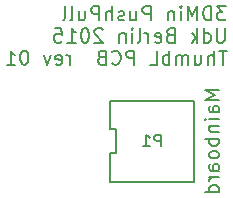
<source format=gbr>
G04 #@! TF.FileFunction,Legend,Bot*
%FSLAX46Y46*%
G04 Gerber Fmt 4.6, Leading zero omitted, Abs format (unit mm)*
G04 Created by KiCad (PCBNEW (2015-07-06 BZR 5889)-product) date Wed 26 Aug 2015 12:38:22 PM CEST*
%MOMM*%
G01*
G04 APERTURE LIST*
%ADD10C,0.100000*%
%ADD11C,0.200000*%
%ADD12C,0.150000*%
G04 APERTURE END LIST*
D10*
D11*
X156673571Y-92077857D02*
X155930714Y-92077857D01*
X156330714Y-92535000D01*
X156159286Y-92535000D01*
X156045000Y-92592143D01*
X155987857Y-92649286D01*
X155930714Y-92763571D01*
X155930714Y-93049286D01*
X155987857Y-93163571D01*
X156045000Y-93220714D01*
X156159286Y-93277857D01*
X156502143Y-93277857D01*
X156616429Y-93220714D01*
X156673571Y-93163571D01*
X155416429Y-93277857D02*
X155416429Y-92077857D01*
X155130714Y-92077857D01*
X154959286Y-92135000D01*
X154845000Y-92249286D01*
X154787857Y-92363571D01*
X154730714Y-92592143D01*
X154730714Y-92763571D01*
X154787857Y-92992143D01*
X154845000Y-93106429D01*
X154959286Y-93220714D01*
X155130714Y-93277857D01*
X155416429Y-93277857D01*
X154216429Y-93277857D02*
X154216429Y-92077857D01*
X153816429Y-92935000D01*
X153416429Y-92077857D01*
X153416429Y-93277857D01*
X152845000Y-93277857D02*
X152845000Y-92477857D01*
X152845000Y-92077857D02*
X152902143Y-92135000D01*
X152845000Y-92192143D01*
X152787857Y-92135000D01*
X152845000Y-92077857D01*
X152845000Y-92192143D01*
X152273571Y-92477857D02*
X152273571Y-93277857D01*
X152273571Y-92592143D02*
X152216428Y-92535000D01*
X152102142Y-92477857D01*
X151930714Y-92477857D01*
X151816428Y-92535000D01*
X151759285Y-92649286D01*
X151759285Y-93277857D01*
X150273571Y-93277857D02*
X150273571Y-92077857D01*
X149816428Y-92077857D01*
X149702142Y-92135000D01*
X149644999Y-92192143D01*
X149587856Y-92306429D01*
X149587856Y-92477857D01*
X149644999Y-92592143D01*
X149702142Y-92649286D01*
X149816428Y-92706429D01*
X150273571Y-92706429D01*
X148559285Y-92477857D02*
X148559285Y-93277857D01*
X149073571Y-92477857D02*
X149073571Y-93106429D01*
X149016428Y-93220714D01*
X148902142Y-93277857D01*
X148730714Y-93277857D01*
X148616428Y-93220714D01*
X148559285Y-93163571D01*
X148045000Y-93220714D02*
X147930714Y-93277857D01*
X147702142Y-93277857D01*
X147587857Y-93220714D01*
X147530714Y-93106429D01*
X147530714Y-93049286D01*
X147587857Y-92935000D01*
X147702142Y-92877857D01*
X147873571Y-92877857D01*
X147987857Y-92820714D01*
X148045000Y-92706429D01*
X148045000Y-92649286D01*
X147987857Y-92535000D01*
X147873571Y-92477857D01*
X147702142Y-92477857D01*
X147587857Y-92535000D01*
X147016428Y-93277857D02*
X147016428Y-92077857D01*
X146502142Y-93277857D02*
X146502142Y-92649286D01*
X146559285Y-92535000D01*
X146673571Y-92477857D01*
X146844999Y-92477857D01*
X146959285Y-92535000D01*
X147016428Y-92592143D01*
X145930714Y-93277857D02*
X145930714Y-92077857D01*
X145473571Y-92077857D01*
X145359285Y-92135000D01*
X145302142Y-92192143D01*
X145244999Y-92306429D01*
X145244999Y-92477857D01*
X145302142Y-92592143D01*
X145359285Y-92649286D01*
X145473571Y-92706429D01*
X145930714Y-92706429D01*
X144216428Y-92477857D02*
X144216428Y-93277857D01*
X144730714Y-92477857D02*
X144730714Y-93106429D01*
X144673571Y-93220714D01*
X144559285Y-93277857D01*
X144387857Y-93277857D01*
X144273571Y-93220714D01*
X144216428Y-93163571D01*
X143473571Y-93277857D02*
X143587857Y-93220714D01*
X143645000Y-93106429D01*
X143645000Y-92077857D01*
X142845000Y-93277857D02*
X142959286Y-93220714D01*
X143016429Y-93106429D01*
X143016429Y-92077857D01*
X156559286Y-93957857D02*
X156559286Y-94929286D01*
X156502143Y-95043571D01*
X156445000Y-95100714D01*
X156330714Y-95157857D01*
X156102143Y-95157857D01*
X155987857Y-95100714D01*
X155930714Y-95043571D01*
X155873571Y-94929286D01*
X155873571Y-93957857D01*
X154787857Y-95157857D02*
X154787857Y-93957857D01*
X154787857Y-95100714D02*
X154902143Y-95157857D01*
X155130714Y-95157857D01*
X155245000Y-95100714D01*
X155302143Y-95043571D01*
X155359286Y-94929286D01*
X155359286Y-94586429D01*
X155302143Y-94472143D01*
X155245000Y-94415000D01*
X155130714Y-94357857D01*
X154902143Y-94357857D01*
X154787857Y-94415000D01*
X154216429Y-95157857D02*
X154216429Y-93957857D01*
X154102143Y-94700714D02*
X153759286Y-95157857D01*
X153759286Y-94357857D02*
X154216429Y-94815000D01*
X151930714Y-94529286D02*
X151759285Y-94586429D01*
X151702142Y-94643571D01*
X151644999Y-94757857D01*
X151644999Y-94929286D01*
X151702142Y-95043571D01*
X151759285Y-95100714D01*
X151873571Y-95157857D01*
X152330714Y-95157857D01*
X152330714Y-93957857D01*
X151930714Y-93957857D01*
X151816428Y-94015000D01*
X151759285Y-94072143D01*
X151702142Y-94186429D01*
X151702142Y-94300714D01*
X151759285Y-94415000D01*
X151816428Y-94472143D01*
X151930714Y-94529286D01*
X152330714Y-94529286D01*
X150673571Y-95100714D02*
X150787857Y-95157857D01*
X151016428Y-95157857D01*
X151130714Y-95100714D01*
X151187857Y-94986429D01*
X151187857Y-94529286D01*
X151130714Y-94415000D01*
X151016428Y-94357857D01*
X150787857Y-94357857D01*
X150673571Y-94415000D01*
X150616428Y-94529286D01*
X150616428Y-94643571D01*
X151187857Y-94757857D01*
X150102143Y-95157857D02*
X150102143Y-94357857D01*
X150102143Y-94586429D02*
X150045000Y-94472143D01*
X149987857Y-94415000D01*
X149873571Y-94357857D01*
X149759286Y-94357857D01*
X149187857Y-95157857D02*
X149302143Y-95100714D01*
X149359286Y-94986429D01*
X149359286Y-93957857D01*
X148730715Y-95157857D02*
X148730715Y-94357857D01*
X148730715Y-93957857D02*
X148787858Y-94015000D01*
X148730715Y-94072143D01*
X148673572Y-94015000D01*
X148730715Y-93957857D01*
X148730715Y-94072143D01*
X148159286Y-94357857D02*
X148159286Y-95157857D01*
X148159286Y-94472143D02*
X148102143Y-94415000D01*
X147987857Y-94357857D01*
X147816429Y-94357857D01*
X147702143Y-94415000D01*
X147645000Y-94529286D01*
X147645000Y-95157857D01*
X146216429Y-94072143D02*
X146159286Y-94015000D01*
X146045000Y-93957857D01*
X145759286Y-93957857D01*
X145645000Y-94015000D01*
X145587857Y-94072143D01*
X145530714Y-94186429D01*
X145530714Y-94300714D01*
X145587857Y-94472143D01*
X146273571Y-95157857D01*
X145530714Y-95157857D01*
X144787857Y-93957857D02*
X144673572Y-93957857D01*
X144559286Y-94015000D01*
X144502143Y-94072143D01*
X144445000Y-94186429D01*
X144387857Y-94415000D01*
X144387857Y-94700714D01*
X144445000Y-94929286D01*
X144502143Y-95043571D01*
X144559286Y-95100714D01*
X144673572Y-95157857D01*
X144787857Y-95157857D01*
X144902143Y-95100714D01*
X144959286Y-95043571D01*
X145016429Y-94929286D01*
X145073572Y-94700714D01*
X145073572Y-94415000D01*
X145016429Y-94186429D01*
X144959286Y-94072143D01*
X144902143Y-94015000D01*
X144787857Y-93957857D01*
X143245000Y-95157857D02*
X143930715Y-95157857D01*
X143587857Y-95157857D02*
X143587857Y-93957857D01*
X143702143Y-94129286D01*
X143816429Y-94243571D01*
X143930715Y-94300714D01*
X142159286Y-93957857D02*
X142730715Y-93957857D01*
X142787858Y-94529286D01*
X142730715Y-94472143D01*
X142616429Y-94415000D01*
X142330715Y-94415000D01*
X142216429Y-94472143D01*
X142159286Y-94529286D01*
X142102143Y-94643571D01*
X142102143Y-94929286D01*
X142159286Y-95043571D01*
X142216429Y-95100714D01*
X142330715Y-95157857D01*
X142616429Y-95157857D01*
X142730715Y-95100714D01*
X142787858Y-95043571D01*
X156730714Y-95837857D02*
X156045000Y-95837857D01*
X156387857Y-97037857D02*
X156387857Y-95837857D01*
X155645000Y-97037857D02*
X155645000Y-95837857D01*
X155130714Y-97037857D02*
X155130714Y-96409286D01*
X155187857Y-96295000D01*
X155302143Y-96237857D01*
X155473571Y-96237857D01*
X155587857Y-96295000D01*
X155645000Y-96352143D01*
X154045000Y-96237857D02*
X154045000Y-97037857D01*
X154559286Y-96237857D02*
X154559286Y-96866429D01*
X154502143Y-96980714D01*
X154387857Y-97037857D01*
X154216429Y-97037857D01*
X154102143Y-96980714D01*
X154045000Y-96923571D01*
X153473572Y-97037857D02*
X153473572Y-96237857D01*
X153473572Y-96352143D02*
X153416429Y-96295000D01*
X153302143Y-96237857D01*
X153130715Y-96237857D01*
X153016429Y-96295000D01*
X152959286Y-96409286D01*
X152959286Y-97037857D01*
X152959286Y-96409286D02*
X152902143Y-96295000D01*
X152787857Y-96237857D01*
X152616429Y-96237857D01*
X152502143Y-96295000D01*
X152445000Y-96409286D01*
X152445000Y-97037857D01*
X151873572Y-97037857D02*
X151873572Y-95837857D01*
X151873572Y-96295000D02*
X151759286Y-96237857D01*
X151530715Y-96237857D01*
X151416429Y-96295000D01*
X151359286Y-96352143D01*
X151302143Y-96466429D01*
X151302143Y-96809286D01*
X151359286Y-96923571D01*
X151416429Y-96980714D01*
X151530715Y-97037857D01*
X151759286Y-97037857D01*
X151873572Y-96980714D01*
X150216429Y-97037857D02*
X150787858Y-97037857D01*
X150787858Y-95837857D01*
X148902143Y-97037857D02*
X148902143Y-95837857D01*
X148445000Y-95837857D01*
X148330714Y-95895000D01*
X148273571Y-95952143D01*
X148216428Y-96066429D01*
X148216428Y-96237857D01*
X148273571Y-96352143D01*
X148330714Y-96409286D01*
X148445000Y-96466429D01*
X148902143Y-96466429D01*
X147016428Y-96923571D02*
X147073571Y-96980714D01*
X147245000Y-97037857D01*
X147359286Y-97037857D01*
X147530714Y-96980714D01*
X147645000Y-96866429D01*
X147702143Y-96752143D01*
X147759286Y-96523571D01*
X147759286Y-96352143D01*
X147702143Y-96123571D01*
X147645000Y-96009286D01*
X147530714Y-95895000D01*
X147359286Y-95837857D01*
X147245000Y-95837857D01*
X147073571Y-95895000D01*
X147016428Y-95952143D01*
X146102143Y-96409286D02*
X145930714Y-96466429D01*
X145873571Y-96523571D01*
X145816428Y-96637857D01*
X145816428Y-96809286D01*
X145873571Y-96923571D01*
X145930714Y-96980714D01*
X146045000Y-97037857D01*
X146502143Y-97037857D01*
X146502143Y-95837857D01*
X146102143Y-95837857D01*
X145987857Y-95895000D01*
X145930714Y-95952143D01*
X145873571Y-96066429D01*
X145873571Y-96180714D01*
X145930714Y-96295000D01*
X145987857Y-96352143D01*
X146102143Y-96409286D01*
X146502143Y-96409286D01*
X143473571Y-97037857D02*
X143473571Y-96237857D01*
X143473571Y-96466429D02*
X143416428Y-96352143D01*
X143359285Y-96295000D01*
X143244999Y-96237857D01*
X143130714Y-96237857D01*
X142273571Y-96980714D02*
X142387857Y-97037857D01*
X142616428Y-97037857D01*
X142730714Y-96980714D01*
X142787857Y-96866429D01*
X142787857Y-96409286D01*
X142730714Y-96295000D01*
X142616428Y-96237857D01*
X142387857Y-96237857D01*
X142273571Y-96295000D01*
X142216428Y-96409286D01*
X142216428Y-96523571D01*
X142787857Y-96637857D01*
X141816428Y-96237857D02*
X141530714Y-97037857D01*
X141245000Y-96237857D01*
X139644999Y-95837857D02*
X139530714Y-95837857D01*
X139416428Y-95895000D01*
X139359285Y-95952143D01*
X139302142Y-96066429D01*
X139244999Y-96295000D01*
X139244999Y-96580714D01*
X139302142Y-96809286D01*
X139359285Y-96923571D01*
X139416428Y-96980714D01*
X139530714Y-97037857D01*
X139644999Y-97037857D01*
X139759285Y-96980714D01*
X139816428Y-96923571D01*
X139873571Y-96809286D01*
X139930714Y-96580714D01*
X139930714Y-96295000D01*
X139873571Y-96066429D01*
X139816428Y-95952143D01*
X139759285Y-95895000D01*
X139644999Y-95837857D01*
X138102142Y-97037857D02*
X138787857Y-97037857D01*
X138444999Y-97037857D02*
X138444999Y-95837857D01*
X138559285Y-96009286D01*
X138673571Y-96123571D01*
X138787857Y-96180714D01*
D12*
X153987500Y-106934000D02*
X146875500Y-106934000D01*
X150431500Y-100076000D02*
X146875500Y-100076000D01*
X150431500Y-100076000D02*
X153987500Y-100076000D01*
X146875500Y-102489000D02*
X146875500Y-100076000D01*
X146875500Y-104521000D02*
X146875500Y-106934000D01*
X147383500Y-104521000D02*
X147383500Y-102489000D01*
X146875500Y-104521000D02*
X147383500Y-104521000D01*
X147383500Y-102489000D02*
X146875500Y-102489000D01*
X153987500Y-100076000D02*
X153987500Y-106934000D01*
X151169595Y-103957381D02*
X151169595Y-102957381D01*
X150788642Y-102957381D01*
X150693404Y-103005000D01*
X150645785Y-103052619D01*
X150598166Y-103147857D01*
X150598166Y-103290714D01*
X150645785Y-103385952D01*
X150693404Y-103433571D01*
X150788642Y-103481190D01*
X151169595Y-103481190D01*
X149645785Y-103957381D02*
X150217214Y-103957381D01*
X149931500Y-103957381D02*
X149931500Y-102957381D01*
X150026738Y-103100238D01*
X150121976Y-103195476D01*
X150217214Y-103243095D01*
D11*
X156054357Y-99190715D02*
X154854357Y-99190715D01*
X155711500Y-99590715D01*
X154854357Y-99990715D01*
X156054357Y-99990715D01*
X156054357Y-101076430D02*
X155425786Y-101076430D01*
X155311500Y-101019287D01*
X155254357Y-100905001D01*
X155254357Y-100676430D01*
X155311500Y-100562144D01*
X155997214Y-101076430D02*
X156054357Y-100962144D01*
X156054357Y-100676430D01*
X155997214Y-100562144D01*
X155882929Y-100505001D01*
X155768643Y-100505001D01*
X155654357Y-100562144D01*
X155597214Y-100676430D01*
X155597214Y-100962144D01*
X155540071Y-101076430D01*
X156054357Y-101647858D02*
X155254357Y-101647858D01*
X154854357Y-101647858D02*
X154911500Y-101590715D01*
X154968643Y-101647858D01*
X154911500Y-101705001D01*
X154854357Y-101647858D01*
X154968643Y-101647858D01*
X155254357Y-102219287D02*
X156054357Y-102219287D01*
X155368643Y-102219287D02*
X155311500Y-102276430D01*
X155254357Y-102390716D01*
X155254357Y-102562144D01*
X155311500Y-102676430D01*
X155425786Y-102733573D01*
X156054357Y-102733573D01*
X156054357Y-103305001D02*
X154854357Y-103305001D01*
X155311500Y-103305001D02*
X155254357Y-103419287D01*
X155254357Y-103647858D01*
X155311500Y-103762144D01*
X155368643Y-103819287D01*
X155482929Y-103876430D01*
X155825786Y-103876430D01*
X155940071Y-103819287D01*
X155997214Y-103762144D01*
X156054357Y-103647858D01*
X156054357Y-103419287D01*
X155997214Y-103305001D01*
X156054357Y-104562144D02*
X155997214Y-104447858D01*
X155940071Y-104390715D01*
X155825786Y-104333572D01*
X155482929Y-104333572D01*
X155368643Y-104390715D01*
X155311500Y-104447858D01*
X155254357Y-104562144D01*
X155254357Y-104733572D01*
X155311500Y-104847858D01*
X155368643Y-104905001D01*
X155482929Y-104962144D01*
X155825786Y-104962144D01*
X155940071Y-104905001D01*
X155997214Y-104847858D01*
X156054357Y-104733572D01*
X156054357Y-104562144D01*
X156054357Y-105990715D02*
X155425786Y-105990715D01*
X155311500Y-105933572D01*
X155254357Y-105819286D01*
X155254357Y-105590715D01*
X155311500Y-105476429D01*
X155997214Y-105990715D02*
X156054357Y-105876429D01*
X156054357Y-105590715D01*
X155997214Y-105476429D01*
X155882929Y-105419286D01*
X155768643Y-105419286D01*
X155654357Y-105476429D01*
X155597214Y-105590715D01*
X155597214Y-105876429D01*
X155540071Y-105990715D01*
X156054357Y-106562143D02*
X155254357Y-106562143D01*
X155482929Y-106562143D02*
X155368643Y-106619286D01*
X155311500Y-106676429D01*
X155254357Y-106790715D01*
X155254357Y-106905000D01*
X156054357Y-107819286D02*
X154854357Y-107819286D01*
X155997214Y-107819286D02*
X156054357Y-107705000D01*
X156054357Y-107476429D01*
X155997214Y-107362143D01*
X155940071Y-107305000D01*
X155825786Y-107247857D01*
X155482929Y-107247857D01*
X155368643Y-107305000D01*
X155311500Y-107362143D01*
X155254357Y-107476429D01*
X155254357Y-107705000D01*
X155311500Y-107819286D01*
M02*

</source>
